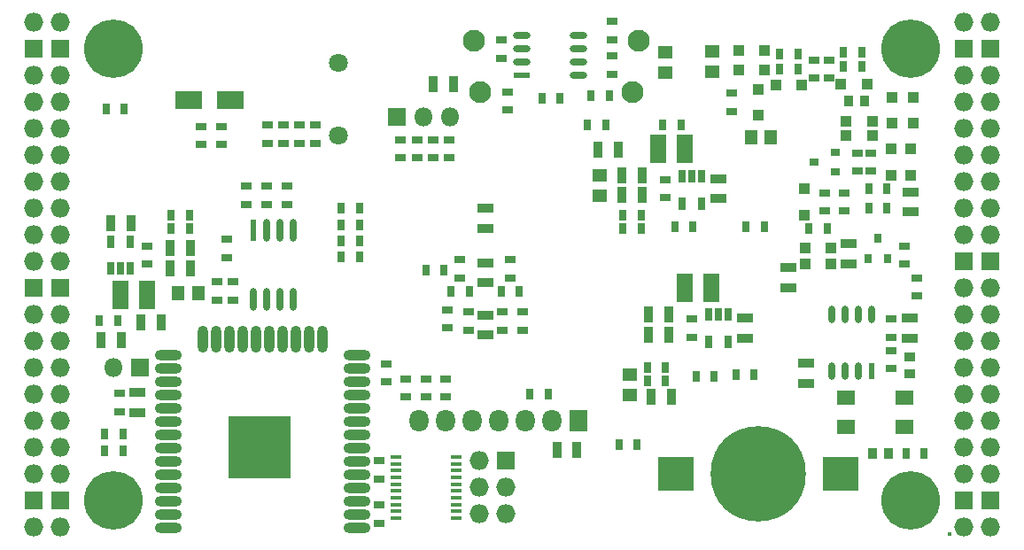
<source format=gbs>
G04 #@! TF.GenerationSoftware,KiCad,Pcbnew,5.0.0-rc2+dfsg1-3*
G04 #@! TF.CreationDate,2018-06-27T20:22:52+02:00*
G04 #@! TF.ProjectId,ulx3s,756C7833732E6B696361645F70636200,rev?*
G04 #@! TF.SameCoordinates,Original*
G04 #@! TF.FileFunction,Soldermask,Bot*
G04 #@! TF.FilePolarity,Negative*
%FSLAX46Y46*%
G04 Gerber Fmt 4.6, Leading zero omitted, Abs format (unit mm)*
G04 Created by KiCad (PCBNEW 5.0.0-rc2+dfsg1-3) date Wed Jun 27 20:22:52 2018*
%MOMM*%
%LPD*%
G01*
G04 APERTURE LIST*
%ADD10R,3.500000X3.300000*%
%ADD11C,9.100000*%
%ADD12R,1.550000X0.600000*%
%ADD13O,1.650000X0.700000*%
%ADD14R,0.600000X2.100000*%
%ADD15O,0.700000X2.200000*%
%ADD16R,0.600000X1.550000*%
%ADD17O,0.700000X1.650000*%
%ADD18R,1.000000X0.400000*%
%ADD19R,0.700000X1.200000*%
%ADD20O,2.600000X1.000000*%
%ADD21O,1.000000X2.600000*%
%ADD22R,6.000000X6.000000*%
%ADD23O,1.827200X1.827200*%
%ADD24R,1.727200X1.727200*%
%ADD25C,5.600000*%
%ADD26R,1.727200X2.032000*%
%ADD27O,1.827200X2.132000*%
%ADD28C,1.800000*%
%ADD29R,1.800000X1.400000*%
%ADD30R,0.970000X1.500000*%
%ADD31R,0.670000X1.000000*%
%ADD32R,1.500000X0.970000*%
%ADD33R,1.000000X0.670000*%
%ADD34C,2.100000*%
%ADD35R,1.000000X1.000000*%
%ADD36C,0.400000*%
%ADD37R,1.700000X1.700000*%
%ADD38O,1.800000X1.800000*%
%ADD39R,1.500000X2.700000*%
%ADD40R,1.295000X1.400000*%
%ADD41R,1.400000X1.295000*%
%ADD42R,2.500000X1.800000*%
%ADD43R,0.800000X0.900000*%
%ADD44R,0.900000X0.800000*%
%ADD45R,0.820000X1.000000*%
%ADD46R,1.000000X0.820000*%
G04 APERTURE END LIST*
D10*
G04 #@! TO.C,BAT1*
X172485000Y-105870000D03*
X156685000Y-105870000D03*
D11*
X164585000Y-105870000D03*
G04 #@! TD*
D12*
G04 #@! TO.C,U11*
X141980000Y-67706500D03*
D13*
X141980000Y-66436500D03*
X141980000Y-65166500D03*
X141980000Y-63896500D03*
X147380000Y-63896500D03*
X147380000Y-65166500D03*
X147380000Y-66436500D03*
X147380000Y-67706500D03*
G04 #@! TD*
D14*
G04 #@! TO.C,U10*
X116340000Y-82520000D03*
D15*
X117610000Y-82520000D03*
X118880000Y-82520000D03*
X120150000Y-82520000D03*
X120150000Y-89124000D03*
X118880000Y-89124000D03*
X117610000Y-89124000D03*
X116340000Y-89124000D03*
G04 #@! TD*
D16*
G04 #@! TO.C,U7*
X175395000Y-96015000D03*
D17*
X174125000Y-96015000D03*
X172855000Y-96015000D03*
X171585000Y-96015000D03*
X171585000Y-90615000D03*
X172855000Y-90615000D03*
X174125000Y-90615000D03*
X175395000Y-90615000D03*
G04 #@! TD*
D18*
G04 #@! TO.C,U6*
X129935000Y-104215000D03*
X129935000Y-104865000D03*
X129935000Y-105515000D03*
X129935000Y-106165000D03*
X129935000Y-106815000D03*
X129935000Y-107465000D03*
X129935000Y-108115000D03*
X129935000Y-108765000D03*
X129935000Y-109415000D03*
X129935000Y-110065000D03*
X135735000Y-110065000D03*
X135735000Y-109415000D03*
X135735000Y-108765000D03*
X135735000Y-108115000D03*
X135735000Y-107465000D03*
X135735000Y-106815000D03*
X135735000Y-106165000D03*
X135735000Y-105515000D03*
X135735000Y-104865000D03*
X135735000Y-104215000D03*
G04 #@! TD*
D19*
G04 #@! TO.C,U5*
X157285000Y-77392000D03*
X158235000Y-77392000D03*
X159185000Y-77392000D03*
X159185000Y-79992000D03*
X157285000Y-79992000D03*
G04 #@! TD*
G04 #@! TO.C,U3*
X159825000Y-90600000D03*
X160775000Y-90600000D03*
X161725000Y-90600000D03*
X161725000Y-93200000D03*
X159825000Y-93200000D03*
G04 #@! TD*
G04 #@! TO.C,U4*
X104575000Y-86215000D03*
X103625000Y-86215000D03*
X102675000Y-86215000D03*
X102675000Y-83615000D03*
X104575000Y-83615000D03*
G04 #@! TD*
D20*
G04 #@! TO.C,U9*
X126230000Y-111000000D03*
X126230000Y-109730000D03*
X126230000Y-108460000D03*
X126230000Y-107190000D03*
X126230000Y-105920000D03*
X126230000Y-104650000D03*
X126230000Y-103380000D03*
X126230000Y-102110000D03*
X126230000Y-100840000D03*
X126230000Y-99570000D03*
X126230000Y-98300000D03*
X126230000Y-97030000D03*
X126230000Y-95760000D03*
X126230000Y-94490000D03*
D21*
X122945000Y-93000000D03*
X121675000Y-93000000D03*
X120405000Y-93000000D03*
X119135000Y-93000000D03*
X117865000Y-93000000D03*
X116595000Y-93000000D03*
X115325000Y-93000000D03*
X114055000Y-93000000D03*
X112785000Y-93000000D03*
X111515000Y-93000000D03*
D20*
X108230000Y-94490000D03*
X108230000Y-95760000D03*
X108230000Y-97030000D03*
X108230000Y-98300000D03*
X108230000Y-99570000D03*
X108230000Y-100840000D03*
X108230000Y-102110000D03*
X108230000Y-103380000D03*
X108230000Y-104650000D03*
X108230000Y-105920000D03*
X108230000Y-107190000D03*
X108230000Y-108460000D03*
X108230000Y-109730000D03*
X108230000Y-111000000D03*
D22*
X116930000Y-103300000D03*
G04 #@! TD*
D23*
G04 #@! TO.C,J1*
X97910000Y-62690000D03*
X95370000Y-62690000D03*
D24*
X97910000Y-65230000D03*
X95370000Y-65230000D03*
D23*
X97910000Y-67770000D03*
X95370000Y-67770000D03*
X97910000Y-70310000D03*
X95370000Y-70310000D03*
X97910000Y-72850000D03*
X95370000Y-72850000D03*
X97910000Y-75390000D03*
X95370000Y-75390000D03*
X97910000Y-77930000D03*
X95370000Y-77930000D03*
X97910000Y-80470000D03*
X95370000Y-80470000D03*
X97910000Y-83010000D03*
X95370000Y-83010000D03*
X97910000Y-85550000D03*
X95370000Y-85550000D03*
D24*
X97910000Y-88090000D03*
X95370000Y-88090000D03*
D23*
X97910000Y-90630000D03*
X95370000Y-90630000D03*
X97910000Y-93170000D03*
X95370000Y-93170000D03*
X97910000Y-95710000D03*
X95370000Y-95710000D03*
X97910000Y-98250000D03*
X95370000Y-98250000D03*
X97910000Y-100790000D03*
X95370000Y-100790000D03*
X97910000Y-103330000D03*
X95370000Y-103330000D03*
X97910000Y-105870000D03*
X95370000Y-105870000D03*
D24*
X97910000Y-108410000D03*
X95370000Y-108410000D03*
D23*
X97910000Y-110950000D03*
X95370000Y-110950000D03*
G04 #@! TD*
G04 #@! TO.C,J2*
X184270000Y-110950000D03*
X186810000Y-110950000D03*
D24*
X184270000Y-108410000D03*
X186810000Y-108410000D03*
D23*
X184270000Y-105870000D03*
X186810000Y-105870000D03*
X184270000Y-103330000D03*
X186810000Y-103330000D03*
X184270000Y-100790000D03*
X186810000Y-100790000D03*
X184270000Y-98250000D03*
X186810000Y-98250000D03*
X184270000Y-95710000D03*
X186810000Y-95710000D03*
X184270000Y-93170000D03*
X186810000Y-93170000D03*
X184270000Y-90630000D03*
X186810000Y-90630000D03*
X184270000Y-88090000D03*
X186810000Y-88090000D03*
D24*
X184270000Y-85550000D03*
X186810000Y-85550000D03*
D23*
X184270000Y-83010000D03*
X186810000Y-83010000D03*
X184270000Y-80470000D03*
X186810000Y-80470000D03*
X184270000Y-77930000D03*
X186810000Y-77930000D03*
X184270000Y-75390000D03*
X186810000Y-75390000D03*
X184270000Y-72850000D03*
X186810000Y-72850000D03*
X184270000Y-70310000D03*
X186810000Y-70310000D03*
X184270000Y-67770000D03*
X186810000Y-67770000D03*
D24*
X184270000Y-65230000D03*
X186810000Y-65230000D03*
D23*
X184270000Y-62690000D03*
X186810000Y-62690000D03*
G04 #@! TD*
D25*
G04 #@! TO.C,H1*
X102990000Y-108410000D03*
G04 #@! TD*
G04 #@! TO.C,H2*
X179190000Y-108410000D03*
G04 #@! TD*
G04 #@! TO.C,H3*
X179190000Y-65230000D03*
G04 #@! TD*
G04 #@! TO.C,H4*
X102990000Y-65230000D03*
G04 #@! TD*
D24*
G04 #@! TO.C,J4*
X140455000Y-104600000D03*
D23*
X137915000Y-104600000D03*
X140455000Y-107140000D03*
X137915000Y-107140000D03*
X140455000Y-109680000D03*
X137915000Y-109680000D03*
G04 #@! TD*
D26*
G04 #@! TO.C,OLED1*
X147440000Y-100790000D03*
D27*
X144900000Y-100790000D03*
X142360000Y-100790000D03*
X139820000Y-100790000D03*
X137280000Y-100790000D03*
X134740000Y-100790000D03*
X132200000Y-100790000D03*
G04 #@! TD*
D28*
G04 #@! TO.C,AUDIO1*
X124468000Y-66518000D03*
X124468000Y-73518000D03*
G04 #@! TD*
D29*
G04 #@! TO.C,Y2*
X178576000Y-98522000D03*
X172976000Y-98522000D03*
X172976000Y-101322000D03*
X178576000Y-101322000D03*
G04 #@! TD*
D30*
G04 #@! TO.C,C47*
X133546000Y-68550000D03*
X135456000Y-68550000D03*
G04 #@! TD*
G04 #@! TO.C,C1*
X102748500Y-81885000D03*
X104658500Y-81885000D03*
G04 #@! TD*
D31*
G04 #@! TO.C,C2*
X153985000Y-96910000D03*
X155735000Y-96910000D03*
G04 #@! TD*
D30*
G04 #@! TO.C,C3*
X156015000Y-90630000D03*
X154105000Y-90630000D03*
G04 #@! TD*
G04 #@! TO.C,C4*
X154105000Y-92535000D03*
X156015000Y-92535000D03*
G04 #@! TD*
D32*
G04 #@! TO.C,C5*
X163315000Y-90945000D03*
X163315000Y-92855000D03*
G04 #@! TD*
D31*
G04 #@! TO.C,C6*
X151645000Y-82375000D03*
X153395000Y-82375000D03*
G04 #@! TD*
D30*
G04 #@! TO.C,C7*
X153475000Y-79200000D03*
X151565000Y-79200000D03*
G04 #@! TD*
G04 #@! TO.C,C8*
X153475000Y-77295000D03*
X151565000Y-77295000D03*
G04 #@! TD*
D32*
G04 #@! TO.C,C9*
X160775000Y-79520000D03*
X160775000Y-77610000D03*
G04 #@! TD*
D31*
G04 #@! TO.C,C10*
X108465000Y-81105000D03*
X110215000Y-81105000D03*
G04 #@! TD*
D30*
G04 #@! TO.C,C11*
X108385000Y-84280000D03*
X110295000Y-84280000D03*
G04 #@! TD*
G04 #@! TO.C,C12*
X110295000Y-86185000D03*
X108385000Y-86185000D03*
G04 #@! TD*
D32*
G04 #@! TO.C,C13*
X173221000Y-83833000D03*
X173221000Y-85743000D03*
G04 #@! TD*
D33*
G04 #@! TO.C,C14*
X175380000Y-76900000D03*
X175380000Y-75150000D03*
G04 #@! TD*
D32*
G04 #@! TO.C,C15*
X105276000Y-99967000D03*
X105276000Y-98057000D03*
G04 #@! TD*
G04 #@! TO.C,C16*
X167506000Y-88029000D03*
X167506000Y-86119000D03*
G04 #@! TD*
G04 #@! TO.C,C17*
X138500000Y-90665000D03*
X138500000Y-92575000D03*
G04 #@! TD*
D33*
G04 #@! TO.C,C18*
X150589600Y-64359000D03*
X150589600Y-62609000D03*
G04 #@! TD*
D32*
G04 #@! TO.C,C19*
X138500000Y-82375000D03*
X138500000Y-80465000D03*
G04 #@! TD*
G04 #@! TO.C,C20*
X138500000Y-87575000D03*
X138500000Y-85665000D03*
G04 #@! TD*
D30*
G04 #@! TO.C,C21*
X103706000Y-93061000D03*
X101796000Y-93061000D03*
G04 #@! TD*
G04 #@! TO.C,C22*
X154359000Y-98504000D03*
X156269000Y-98504000D03*
G04 #@! TD*
G04 #@! TO.C,C23*
X105591000Y-91392000D03*
X107501000Y-91392000D03*
G04 #@! TD*
G04 #@! TO.C,C24*
X151189000Y-74882000D03*
X149279000Y-74882000D03*
G04 #@! TD*
D33*
G04 #@! TO.C,C25*
X140900000Y-87095000D03*
X140900000Y-85345000D03*
G04 #@! TD*
G04 #@! TO.C,C26*
X136100000Y-87095000D03*
X136100000Y-85345000D03*
G04 #@! TD*
G04 #@! TO.C,C27*
X136900000Y-92095000D03*
X136900000Y-90345000D03*
G04 #@! TD*
G04 #@! TO.C,C28*
X140100000Y-90345000D03*
X140100000Y-92095000D03*
G04 #@! TD*
G04 #@! TO.C,C29*
X142100000Y-92095000D03*
X142100000Y-90345000D03*
G04 #@! TD*
G04 #@! TO.C,C30*
X134900000Y-90145000D03*
X134900000Y-91895000D03*
G04 #@! TD*
D31*
G04 #@! TO.C,C31*
X135225000Y-88420000D03*
X136975000Y-88420000D03*
G04 #@! TD*
G04 #@! TO.C,C32*
X140025000Y-88420000D03*
X141775000Y-88420000D03*
G04 #@! TD*
G04 #@! TO.C,C33*
X163425000Y-82220000D03*
X165175000Y-82220000D03*
G04 #@! TD*
G04 #@! TO.C,C34*
X158375000Y-82220000D03*
X156625000Y-82220000D03*
G04 #@! TD*
D33*
G04 #@! TO.C,C35*
X177300000Y-94025000D03*
X177300000Y-95775000D03*
G04 #@! TD*
D30*
G04 #@! TO.C,C46*
X145342000Y-103584000D03*
X147252000Y-103584000D03*
G04 #@! TD*
D31*
G04 #@! TO.C,C48*
X103995000Y-70963000D03*
X102245000Y-70963000D03*
G04 #@! TD*
G04 #@! TO.C,C49*
X103372000Y-91156000D03*
X101622000Y-91156000D03*
G04 #@! TD*
D33*
G04 #@! TO.C,C50*
X179713000Y-88856000D03*
X179713000Y-87106000D03*
G04 #@! TD*
D31*
G04 #@! TO.C,C51*
X180473000Y-103856000D03*
X178723000Y-103856000D03*
G04 #@! TD*
G04 #@! TO.C,C52*
X158645000Y-96490000D03*
X160395000Y-96490000D03*
G04 #@! TD*
G04 #@! TO.C,C53*
X132827200Y-86330000D03*
X134577200Y-86330000D03*
G04 #@! TD*
D32*
G04 #@! TO.C,C54*
X169172000Y-95281000D03*
X169172000Y-97191000D03*
G04 #@! TD*
G04 #@! TO.C,D11*
X179190000Y-80790000D03*
X179190000Y-78880000D03*
G04 #@! TD*
D34*
G04 #@! TO.C,GPDI1*
X152546000Y-69312000D03*
X138046000Y-69312000D03*
X153146000Y-64412000D03*
X137446000Y-64412000D03*
G04 #@! TD*
D35*
G04 #@! TO.C,D10*
X169050000Y-84280000D03*
X171550000Y-84280000D03*
G04 #@! TD*
G04 #@! TO.C,D12*
X169030000Y-78585000D03*
X169030000Y-81085000D03*
G04 #@! TD*
G04 #@! TO.C,D13*
X171550000Y-85804000D03*
X169050000Y-85804000D03*
G04 #@! TD*
G04 #@! TO.C,D14*
X179190000Y-74775000D03*
X179190000Y-77275000D03*
G04 #@! TD*
G04 #@! TO.C,D15*
X177285000Y-77275000D03*
X177285000Y-74775000D03*
G04 #@! TD*
G04 #@! TO.C,D16*
X172987000Y-73503000D03*
X175487000Y-73503000D03*
G04 #@! TD*
G04 #@! TO.C,D17*
X164585000Y-69060000D03*
X164585000Y-71560000D03*
G04 #@! TD*
G04 #@! TO.C,D20*
X168756000Y-68659000D03*
X166256000Y-68659000D03*
G04 #@! TD*
G04 #@! TO.C,D21*
X174979000Y-68550000D03*
X172479000Y-68550000D03*
G04 #@! TD*
G04 #@! TO.C,D23*
X165200000Y-67262000D03*
X162700000Y-67262000D03*
G04 #@! TD*
G04 #@! TO.C,D24*
X162700000Y-65357000D03*
X165200000Y-65357000D03*
G04 #@! TD*
G04 #@! TO.C,D25*
X177412000Y-72322000D03*
X177412000Y-69822000D03*
G04 #@! TD*
G04 #@! TO.C,D26*
X179444000Y-69822000D03*
X179444000Y-72322000D03*
G04 #@! TD*
D36*
G04 #@! TO.C,AE1*
X182888000Y-111603000D03*
G04 #@! TD*
D33*
G04 #@! TO.C,R49*
X113277000Y-74360000D03*
X113277000Y-72610000D03*
G04 #@! TD*
G04 #@! TO.C,R50*
X111372000Y-72610000D03*
X111372000Y-74360000D03*
G04 #@! TD*
D31*
G04 #@! TO.C,R51*
X155455000Y-72487000D03*
X157205000Y-72487000D03*
G04 #@! TD*
D33*
G04 #@! TO.C,R52*
X171331000Y-66278000D03*
X171331000Y-68028000D03*
G04 #@! TD*
G04 #@! TO.C,R53*
X169919000Y-68028000D03*
X169919000Y-66278000D03*
G04 #@! TD*
D31*
G04 #@! TO.C,R54*
X174477000Y-65502000D03*
X172727000Y-65502000D03*
G04 #@! TD*
D33*
G04 #@! TO.C,R56*
X128390000Y-106321000D03*
X128390000Y-104571000D03*
G04 #@! TD*
G04 #@! TO.C,R57*
X117722000Y-72483000D03*
X117722000Y-74233000D03*
G04 #@! TD*
G04 #@! TO.C,R58*
X119246000Y-74233000D03*
X119246000Y-72483000D03*
G04 #@! TD*
G04 #@! TO.C,R59*
X120770000Y-72483000D03*
X120770000Y-74233000D03*
G04 #@! TD*
G04 #@! TO.C,R60*
X122294000Y-74233000D03*
X122294000Y-72483000D03*
G04 #@! TD*
D31*
G04 #@! TO.C,R61*
X145655000Y-69900000D03*
X143905000Y-69900000D03*
G04 #@! TD*
D37*
G04 #@! TO.C,J3*
X105530000Y-95710000D03*
D38*
X102990000Y-95710000D03*
G04 #@! TD*
D37*
G04 #@! TO.C,J5*
X130056000Y-71725000D03*
D38*
X132596000Y-71725000D03*
X135136000Y-71725000D03*
G04 #@! TD*
D31*
G04 #@! TO.C,R40*
X166631000Y-65738000D03*
X168381000Y-65738000D03*
G04 #@! TD*
D33*
G04 #@! TO.C,R55*
X134740000Y-96740000D03*
X134740000Y-98490000D03*
G04 #@! TD*
D32*
G04 #@! TO.C,C55*
X179078000Y-90963000D03*
X179078000Y-92873000D03*
G04 #@! TD*
D33*
G04 #@! TO.C,R65*
X177300000Y-92793000D03*
X177300000Y-91043000D03*
G04 #@! TD*
D39*
G04 #@! TO.C,L1*
X160140000Y-88090000D03*
X157600000Y-88090000D03*
G04 #@! TD*
G04 #@! TO.C,L2*
X103625000Y-88725000D03*
X106165000Y-88725000D03*
G04 #@! TD*
G04 #@! TO.C,L3*
X155060000Y-74755000D03*
X157600000Y-74755000D03*
G04 #@! TD*
D31*
G04 #@! TO.C,R1*
X171175000Y-82375000D03*
X169425000Y-82375000D03*
G04 #@! TD*
D33*
G04 #@! TO.C,R2*
X172840000Y-78960000D03*
X172840000Y-80710000D03*
G04 #@! TD*
G04 #@! TO.C,R3*
X162045000Y-71185000D03*
X162045000Y-69435000D03*
G04 #@! TD*
D31*
G04 #@! TO.C,R4*
X176890000Y-80470000D03*
X175140000Y-80470000D03*
G04 #@! TD*
D33*
G04 #@! TO.C,R5*
X174110000Y-75150000D03*
X174110000Y-76900000D03*
G04 #@! TD*
G04 #@! TO.C,R6*
X178555000Y-85790000D03*
X178555000Y-84040000D03*
G04 #@! TD*
G04 #@! TO.C,R7*
X113785000Y-85155000D03*
X113785000Y-83405000D03*
G04 #@! TD*
G04 #@! TO.C,R8*
X170935000Y-80710000D03*
X170935000Y-78960000D03*
G04 #@! TD*
G04 #@! TO.C,R9*
X128390000Y-110555000D03*
X128390000Y-108805000D03*
G04 #@! TD*
D31*
G04 #@! TO.C,R10*
X151264000Y-103076000D03*
X153014000Y-103076000D03*
G04 #@! TD*
D33*
G04 #@! TO.C,R11*
X119515000Y-80093000D03*
X119515000Y-78343000D03*
G04 #@! TD*
G04 #@! TO.C,R12*
X114420000Y-89219000D03*
X114420000Y-87469000D03*
G04 #@! TD*
D31*
G04 #@! TO.C,R13*
X175140000Y-78565000D03*
X176890000Y-78565000D03*
G04 #@! TD*
G04 #@! TO.C,R14*
X124721000Y-85060000D03*
X126471000Y-85060000D03*
G04 #@! TD*
G04 #@! TO.C,R15*
X126471000Y-83536000D03*
X124721000Y-83536000D03*
G04 #@! TD*
G04 #@! TO.C,R16*
X124721000Y-82012000D03*
X126471000Y-82012000D03*
G04 #@! TD*
G04 #@! TO.C,R17*
X126471000Y-80470000D03*
X124721000Y-80470000D03*
G04 #@! TD*
D33*
G04 #@! TO.C,R18*
X130422000Y-73898000D03*
X130422000Y-75648000D03*
G04 #@! TD*
G04 #@! TO.C,R19*
X131961000Y-73898000D03*
X131961000Y-75648000D03*
G04 #@! TD*
G04 #@! TO.C,R20*
X133485000Y-73898000D03*
X133485000Y-75648000D03*
G04 #@! TD*
G04 #@! TO.C,R21*
X135009000Y-75648000D03*
X135009000Y-73898000D03*
G04 #@! TD*
G04 #@! TO.C,R22*
X140025500Y-66105000D03*
X140025500Y-64355000D03*
G04 #@! TD*
G04 #@! TO.C,R23*
X140597000Y-71076000D03*
X140597000Y-69326000D03*
G04 #@! TD*
G04 #@! TO.C,R24*
X150615000Y-67647000D03*
X150615000Y-65897000D03*
G04 #@! TD*
D31*
G04 #@! TO.C,R25*
X148300000Y-72487000D03*
X150050000Y-72487000D03*
G04 #@! TD*
G04 #@! TO.C,R26*
X150362000Y-69693000D03*
X148612000Y-69693000D03*
G04 #@! TD*
D33*
G04 #@! TO.C,R27*
X129025000Y-95300000D03*
X129025000Y-97050000D03*
G04 #@! TD*
G04 #@! TO.C,R28*
X117595000Y-78343000D03*
X117595000Y-80093000D03*
G04 #@! TD*
G04 #@! TO.C,R29*
X112896000Y-89219000D03*
X112896000Y-87469000D03*
G04 #@! TD*
G04 #@! TO.C,R30*
X115690000Y-78343000D03*
X115690000Y-80093000D03*
G04 #@! TD*
D31*
G04 #@! TO.C,R31*
X142755000Y-98250000D03*
X144505000Y-98250000D03*
G04 #@! TD*
D33*
G04 #@! TO.C,R32*
X132835000Y-98490000D03*
X132835000Y-96740000D03*
G04 #@! TD*
G04 #@! TO.C,R33*
X130930000Y-96740000D03*
X130930000Y-98490000D03*
G04 #@! TD*
D31*
G04 #@! TO.C,R34*
X102115000Y-103600000D03*
X103865000Y-103600000D03*
G04 #@! TD*
G04 #@! TO.C,R35*
X102115000Y-102060000D03*
X103865000Y-102060000D03*
G04 #@! TD*
D33*
G04 #@! TO.C,R38*
X103576500Y-99905000D03*
X103576500Y-98155000D03*
G04 #@! TD*
D31*
G04 #@! TO.C,R39*
X164190000Y-96345000D03*
X162440000Y-96345000D03*
G04 #@! TD*
G04 #@! TO.C,R63*
X168381000Y-67135000D03*
X166631000Y-67135000D03*
G04 #@! TD*
G04 #@! TO.C,R64*
X174475000Y-66899000D03*
X172725000Y-66899000D03*
G04 #@! TD*
G04 #@! TO.C,RA1*
X153985000Y-95640000D03*
X155735000Y-95640000D03*
G04 #@! TD*
G04 #@! TO.C,RA2*
X110215000Y-82375000D03*
X108465000Y-82375000D03*
G04 #@! TD*
G04 #@! TO.C,RA3*
X151645000Y-81105000D03*
X153395000Y-81105000D03*
G04 #@! TD*
D33*
G04 #@! TO.C,RB1*
X158235000Y-92775000D03*
X158235000Y-91025000D03*
G04 #@! TD*
G04 #@! TO.C,RB2*
X106165000Y-85790000D03*
X106165000Y-84040000D03*
G04 #@! TD*
G04 #@! TO.C,RB3*
X155695000Y-79440000D03*
X155695000Y-77690000D03*
G04 #@! TD*
D40*
G04 #@! TO.C,RD9*
X165821500Y-73630000D03*
X163886500Y-73630000D03*
G04 #@! TD*
D41*
G04 #@! TO.C,RD51*
X155710000Y-65550500D03*
X155710000Y-67485500D03*
G04 #@! TD*
G04 #@! TO.C,RD52*
X160155000Y-67358500D03*
X160155000Y-65423500D03*
G04 #@! TD*
G04 #@! TO.C,RP1*
X152281000Y-96393500D03*
X152281000Y-98328500D03*
G04 #@! TD*
D40*
G04 #@! TO.C,RP2*
X111069500Y-88598000D03*
X109134500Y-88598000D03*
G04 #@! TD*
D41*
G04 #@! TO.C,RP3*
X149472000Y-77343500D03*
X149472000Y-79278500D03*
G04 #@! TD*
D42*
G04 #@! TO.C,D8*
X110149000Y-70074000D03*
X114149000Y-70074000D03*
G04 #@! TD*
D43*
G04 #@! TO.C,Q1*
X176015000Y-83280000D03*
X175065000Y-85280000D03*
X176965000Y-85280000D03*
G04 #@! TD*
D44*
G04 #@! TO.C,Q2*
X171935000Y-75075000D03*
X171935000Y-76975000D03*
X169935000Y-76025000D03*
G04 #@! TD*
D35*
G04 #@! TO.C,D27*
X175502000Y-72106000D03*
X173002000Y-72106000D03*
G04 #@! TD*
D45*
G04 #@! TO.C,R66*
X173198000Y-70201000D03*
X174798000Y-70201000D03*
G04 #@! TD*
D46*
G04 #@! TO.C,C56*
X179078000Y-96274000D03*
X179078000Y-94674000D03*
G04 #@! TD*
D45*
G04 #@! TO.C,C57*
X177084000Y-103856000D03*
X175484000Y-103856000D03*
G04 #@! TD*
M02*

</source>
